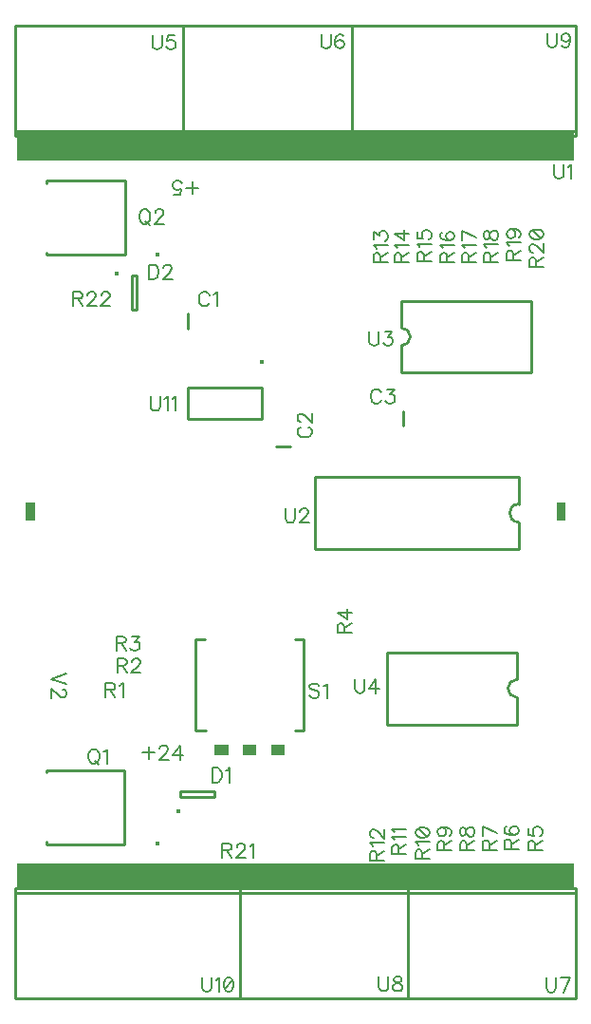
<source format=gto>
%TF.GenerationSoftware,Novarm,DipTrace,3.3.1.2*%
%TF.CreationDate,2019-03-12T20:56:30+01:00*%
%FSLAX35Y35*%
%MOMM*%
%TF.FileFunction,Legend,Top*%
%TF.Part,Single*%
%ADD10C,0.25*%
%ADD20O,0.39127X0.39172*%
%ADD22O,0.39172X0.39127*%
%ADD24C,0.39137*%
%ADD32O,0.39124X0.39193*%
%ADD68C,0.19608*%
G75*
G01*
%LPD*%
X4963130Y6220213D2*
D10*
Y6350113D1*
X5880277Y5165370D2*
X5750377D1*
X6884017Y5482617D2*
Y5352717D1*
D20*
X4874430Y1917313D3*
X4897800Y2044673D2*
D10*
X5197787D1*
Y2094674D1*
X4897800D1*
Y2044673D1*
D22*
X4332136Y6712436D3*
X4459496Y6689066D2*
D10*
Y6389080D1*
X4509497D1*
Y6689066D1*
X4459496D1*
X4398165Y1624304D2*
Y2284303D1*
X3698168Y1624304D2*
X4398165D1*
X3698168D2*
Y1644282D1*
Y2284303D2*
X4398165D1*
X3698168D2*
Y2264326D1*
D24*
X4690127Y1626674D3*
X4402435Y6876864D2*
D10*
Y7536863D1*
X3702438Y6876864D2*
X4402435D1*
X3702438D2*
Y6896842D1*
Y7536863D2*
X4402435D1*
X3702438D2*
Y7516886D1*
D24*
X4694397Y6879234D3*
X5032517Y2632258D2*
D10*
Y3452309D1*
X5112485D1*
X5032517Y2632258D2*
X5122565D1*
X5992517D2*
Y3452309D1*
X5922533D1*
X5992517Y2632258D2*
X5922533D1*
G36*
X5204261Y2419297D2*
X5324261D1*
Y2509273D1*
X5204261D1*
Y2419297D1*
G37*
G36*
X5454341D2*
X5574341D1*
Y2509273D1*
X5454341D1*
Y2419297D1*
G37*
G36*
X5704325D2*
X5824325D1*
Y2509273D1*
X5704325D1*
Y2419297D1*
G37*
G36*
X3441967Y7959411D2*
X8411967D1*
Y7716627D1*
X3441967D1*
Y7959411D1*
G37*
G36*
Y1209843D2*
X8411967D1*
Y1452627D1*
X3441967D1*
Y1209843D1*
G37*
G36*
X3517014Y4664979D2*
X3597031D1*
Y4504275D1*
X3517014D1*
Y4664979D1*
G37*
G36*
X8336920D2*
X8256903D1*
Y4504275D1*
X8336920D1*
Y4664979D1*
G37*
X7914725Y4893788D2*
D10*
X6094822D1*
X7914725Y4253792D2*
X6094822D1*
Y4893788D2*
Y4253792D1*
X7914725Y4893788D2*
Y4653818D1*
Y4493762D2*
Y4253792D1*
Y4653818D2*
G03X7914725Y4493762I134J-80028D01*
G01*
X6869035Y5825802D2*
X8029098D1*
X6869035Y6465798D2*
X8029098D1*
Y5825802D2*
Y6465798D1*
X6869035Y5825802D2*
Y6065772D1*
Y6225828D2*
Y6465798D1*
Y6065772D2*
G03X6869035Y6225828I16J80028D01*
G01*
X7899785Y3330905D2*
X6739722D1*
X7899785Y2690909D2*
X6739722D1*
Y3330905D2*
Y2690909D1*
X7899785Y3330905D2*
Y3090935D1*
Y2930879D2*
Y2690909D1*
Y3090935D2*
G03X7899785Y2930879I-16J-80028D01*
G01*
X3425000Y7940000D2*
X4925000D1*
X3425000Y7979984D2*
X4925000D1*
X3425000Y7940000D2*
Y8920000D1*
X4925000D1*
Y7940000D1*
X6425000D1*
X4925000Y7979984D2*
X6425000D1*
X4925000Y7940000D2*
Y8920000D1*
X6425000D1*
Y7940000D1*
X8425000Y1230000D2*
X6925000D1*
X8425000Y1190016D2*
X6925000D1*
X8425000Y1230000D2*
Y250000D1*
X6925000D1*
Y1230000D1*
X5425000D1*
X6925000Y1190016D2*
X5425000D1*
X6925000Y1230000D2*
Y250000D1*
X5425000D1*
Y1230000D1*
X6425000Y7940000D2*
X8425000D1*
X6425000Y7979984D2*
X8425000D1*
X6425000Y7940000D2*
Y8920000D1*
X8425000D1*
Y7940000D1*
X5425000Y1230000D2*
X3425000D1*
X5425000Y1190016D2*
X3425000D1*
X5425000Y1230000D2*
Y250000D1*
X3425000D1*
Y1230000D1*
D32*
X5620756Y5921347D3*
X5623396Y5694653D2*
D10*
X4963428D1*
X5623396Y5414654D2*
X4963428D1*
Y5694653D2*
Y5414654D1*
X5623396Y5694653D2*
Y5414654D1*
X5153872Y6515827D2*
D68*
X5147835Y6527900D1*
X5135622Y6540113D1*
X5123549Y6546150D1*
X5099262D1*
X5087049Y6540113D1*
X5074976Y6527900D1*
X5068799Y6515827D1*
X5062762Y6497577D1*
Y6467113D1*
X5068799Y6449004D1*
X5074976Y6436790D1*
X5087049Y6424717D1*
X5099262Y6418540D1*
X5123549D1*
X5135622Y6424717D1*
X5147835Y6436790D1*
X5153872Y6449004D1*
X5193088Y6521723D2*
X5205301Y6527900D1*
X5223551Y6546010D1*
Y6418540D1*
X5972359Y5340798D2*
X5960286Y5334761D1*
X5948072Y5322548D1*
X5942036Y5310475D1*
Y5286188D1*
X5948072Y5273975D1*
X5960286Y5261902D1*
X5972359Y5255725D1*
X5990609Y5249688D1*
X6021072D1*
X6039182Y5255725D1*
X6051395Y5261902D1*
X6063468Y5273975D1*
X6069645Y5286188D1*
Y5310475D1*
X6063469Y5322548D1*
X6051395Y5334761D1*
X6039182Y5340798D1*
X5972499Y5386190D2*
X5966463D1*
X5954249Y5392227D1*
X5948213Y5398264D1*
X5942176Y5410477D1*
Y5434764D1*
X5948213Y5446837D1*
X5954249Y5452873D1*
X5966463Y5459050D1*
X5978536D1*
X5990749Y5452873D1*
X6008859Y5440800D1*
X6069645Y5380013D1*
Y5465086D1*
X6687400Y5648330D2*
X6681364Y5660403D1*
X6669150Y5672617D1*
X6657077Y5678653D1*
X6632791D1*
X6620577Y5672617D1*
X6608504Y5660403D1*
X6602327Y5648330D1*
X6596291Y5630080D1*
Y5599617D1*
X6602327Y5581507D1*
X6608504Y5569294D1*
X6620577Y5557221D1*
X6632791Y5551044D1*
X6657077D1*
X6669150Y5557221D1*
X6681364Y5569294D1*
X6687400Y5581507D1*
X6738830Y5678513D2*
X6805512D1*
X6769153Y5629940D1*
X6787403D1*
X6799476Y5623903D1*
X6805512Y5617867D1*
X6811689Y5599617D1*
Y5587544D1*
X6805512Y5569294D1*
X6793439Y5557080D1*
X6775189Y5551044D1*
X6756939D1*
X6738830Y5557080D1*
X6732793Y5563257D1*
X6726616Y5575330D1*
X5181088Y2302255D2*
Y2174645D1*
X5223625D1*
X5241875Y2180822D1*
X5254088Y2192895D1*
X5260125Y2205109D1*
X5266161Y2223218D1*
Y2253682D1*
X5260125Y2271932D1*
X5254088Y2284005D1*
X5241875Y2296218D1*
X5223625Y2302255D1*
X5181088D1*
X5305377Y2277828D2*
X5317591Y2284005D1*
X5335841Y2302114D1*
Y2174645D1*
X4616596Y6787467D2*
Y6659857D1*
X4659132D1*
X4677382Y6666034D1*
X4689596Y6678107D1*
X4695632Y6690321D1*
X4701669Y6708430D1*
Y6738894D1*
X4695632Y6757144D1*
X4689596Y6769217D1*
X4677382Y6781430D1*
X4659132Y6787467D1*
X4616596D1*
X4747062Y6757004D2*
Y6763040D1*
X4753098Y6775254D1*
X4759135Y6781290D1*
X4771348Y6787327D1*
X4795635D1*
X4807708Y6781290D1*
X4813744Y6775254D1*
X4819921Y6763040D1*
Y6750967D1*
X4813744Y6738754D1*
X4801671Y6720644D1*
X4740885Y6659857D1*
X4825958D1*
X4111234Y2470290D2*
X4099161Y2464394D1*
X4086947Y2452180D1*
X4080911Y2439967D1*
X4074734Y2421717D1*
Y2391394D1*
X4080911Y2373144D1*
X4086947Y2361071D1*
X4099161Y2348857D1*
X4111234Y2342821D1*
X4135520D1*
X4147734Y2348857D1*
X4159807Y2361071D1*
X4165843Y2373144D1*
X4172020Y2391394D1*
Y2421717D1*
X4165843Y2439967D1*
X4159807Y2452180D1*
X4147734Y2464394D1*
X4135520Y2470290D1*
X4111234D1*
X4129484Y2367107D2*
X4165843Y2330607D1*
X4211236Y2445863D2*
X4223450Y2452040D1*
X4241700Y2470150D1*
Y2342680D1*
X4566206Y7280439D2*
X4554133Y7274543D1*
X4541919Y7262330D1*
X4535883Y7250116D1*
X4529706Y7231866D1*
Y7201543D1*
X4535883Y7183293D1*
X4541919Y7171220D1*
X4554133Y7159007D1*
X4566206Y7152970D1*
X4590492D1*
X4602706Y7159007D1*
X4614779Y7171220D1*
X4620815Y7183293D1*
X4626992Y7201543D1*
Y7231866D1*
X4620815Y7250116D1*
X4614779Y7262330D1*
X4602706Y7274543D1*
X4590492Y7280439D1*
X4566206D1*
X4584456Y7177257D2*
X4620815Y7140757D1*
X4672385Y7249976D2*
Y7256012D1*
X4678422Y7268226D1*
X4684458Y7274262D1*
X4696672Y7280299D1*
X4720958D1*
X4733031Y7274262D1*
X4739068Y7268226D1*
X4745245Y7256012D1*
Y7243939D1*
X4739068Y7231726D1*
X4726995Y7213616D1*
X4666208Y7152830D1*
X4751281D1*
X4228734Y2997548D2*
X4283343D1*
X4301593Y3003724D1*
X4307770Y3009761D1*
X4313807Y3021834D1*
Y3034048D1*
X4307770Y3046121D1*
X4301593Y3052298D1*
X4283343Y3058334D1*
X4228734D1*
Y2930724D1*
X4271270Y2997548D2*
X4313807Y2930724D1*
X4353022Y3033907D2*
X4365236Y3040084D1*
X4383486Y3058194D1*
Y2930724D1*
X4334074Y3215687D2*
X4388684D1*
X4406934Y3221864D1*
X4413111Y3227900D1*
X4419147Y3239973D1*
Y3252187D1*
X4413111Y3264260D1*
X4406934Y3270437D1*
X4388684Y3276473D1*
X4334074D1*
Y3148864D1*
X4376611Y3215687D2*
X4419147Y3148864D1*
X4464540Y3246010D2*
Y3252046D1*
X4470577Y3264260D1*
X4476613Y3270296D1*
X4488827Y3276333D1*
X4513113D1*
X4525186Y3270296D1*
X4531223Y3264260D1*
X4537400Y3252046D1*
Y3239973D1*
X4531223Y3227760D1*
X4519150Y3209650D1*
X4458363Y3148864D1*
X4543436D1*
X4326189Y3413490D2*
X4380799D1*
X4399049Y3419667D1*
X4405225Y3425704D1*
X4411262Y3437777D1*
Y3449990D1*
X4405225Y3462063D1*
X4399049Y3468240D1*
X4380799Y3474277D1*
X4326189D1*
Y3346667D1*
X4368725Y3413490D2*
X4411262Y3346667D1*
X4462691Y3474137D2*
X4529374D1*
X4493014Y3425563D1*
X4511264D1*
X4523337Y3419527D1*
X4529374Y3413490D1*
X4535551Y3395240D1*
Y3383167D1*
X4529374Y3364917D1*
X4517301Y3352704D1*
X4499051Y3346667D1*
X4480801D1*
X4462691Y3352704D1*
X4456655Y3358881D1*
X4450478Y3370954D1*
X6359717Y3504888D2*
Y3559497D1*
X6353540Y3577747D1*
X6347503Y3583924D1*
X6335430Y3589961D1*
X6323217D1*
X6311144Y3583924D1*
X6304967Y3577747D1*
X6298930Y3559497D1*
Y3504888D1*
X6426540D1*
X6359717Y3547424D2*
X6426540Y3589961D1*
Y3689963D2*
X6299071D1*
X6384003Y3629176D1*
Y3720286D1*
X8059580Y1570046D2*
Y1624656D1*
X8053403Y1642906D1*
X8047366Y1649083D1*
X8035293Y1655119D1*
X8023080D1*
X8011007Y1649083D1*
X8004830Y1642906D1*
X7998793Y1624656D1*
Y1570046D1*
X8126403D1*
X8059580Y1612583D2*
X8126403Y1655119D1*
X7998934Y1767195D2*
Y1706549D1*
X8053543Y1700512D1*
X8047507Y1706549D1*
X8041330Y1724798D1*
Y1742908D1*
X8047507Y1761158D1*
X8059580Y1773372D1*
X8077830Y1779408D1*
X8089903D1*
X8108153Y1773371D1*
X8120366Y1761158D1*
X8126403Y1742908D1*
Y1724798D1*
X8120366Y1706548D1*
X8114189Y1700512D1*
X8102116Y1694335D1*
X7849000Y1579905D2*
Y1634514D1*
X7842823Y1652764D1*
X7836787Y1658941D1*
X7824714Y1664978D1*
X7812500D1*
X7800427Y1658941D1*
X7794250Y1652764D1*
X7788214Y1634514D1*
X7788213Y1579905D1*
X7915823D1*
X7849000Y1622441D2*
X7915823Y1664977D1*
X7806464Y1777053D2*
X7794391Y1771016D1*
X7788354Y1752766D1*
Y1740693D1*
X7794391Y1722443D1*
X7812641Y1710230D1*
X7842964Y1704193D1*
X7873287D1*
X7897573Y1710230D1*
X7909787Y1722443D1*
X7915823Y1740693D1*
Y1746730D1*
X7909787Y1764839D1*
X7897573Y1777053D1*
X7879323Y1783089D1*
X7873287D1*
X7855037Y1777053D1*
X7842964Y1764839D1*
X7836927Y1746730D1*
Y1740693D1*
X7842964Y1722443D1*
X7855037Y1710230D1*
X7873287Y1704193D1*
X7655026Y1571470D2*
X7655027Y1626079D1*
X7648850Y1644329D1*
X7642813Y1650506D1*
X7630740Y1656543D1*
X7618527D1*
X7606454Y1650506D1*
X7600277Y1644329D1*
X7594240Y1626079D1*
Y1571470D1*
X7721850D1*
X7655027Y1614006D2*
X7721850Y1656543D1*
Y1720045D2*
X7594380Y1780831D1*
Y1695758D1*
X7452967Y1567537D2*
Y1622146D1*
X7446790Y1640396D1*
X7440753Y1646573D1*
X7428680Y1652610D1*
X7416467D1*
X7404394Y1646573D1*
X7398217Y1640396D1*
X7392180Y1622146D1*
Y1567537D1*
X7519790D1*
X7452967Y1610073D2*
X7519790Y1652609D1*
X7392321Y1722148D2*
X7398357Y1704039D1*
X7410430Y1697862D1*
X7422644D1*
X7434717Y1704039D1*
X7440894Y1716112D1*
X7446930Y1740398D1*
X7452967Y1758648D1*
X7465180Y1770721D1*
X7477253Y1776758D1*
X7495503D1*
X7507576Y1770721D1*
X7513753Y1764685D1*
X7519790Y1746435D1*
Y1722148D1*
X7513753Y1704039D1*
X7507576Y1697862D1*
X7495503Y1691825D1*
X7477253D1*
X7465180Y1697862D1*
X7452967Y1710075D1*
X7446930Y1728185D1*
X7440894Y1752471D1*
X7434717Y1764685D1*
X7422644Y1770721D1*
X7410430D1*
X7398357Y1764685D1*
X7392321Y1746435D1*
Y1722148D1*
X7251333Y1568255D2*
Y1622864D1*
X7245157Y1641114D1*
X7239120Y1647291D1*
X7227047Y1653328D1*
X7214833D1*
X7202760Y1647291D1*
X7196583Y1641114D1*
X7190547Y1622864D1*
Y1568255D1*
X7318156D1*
X7251333Y1610791D2*
X7318157Y1653328D1*
X7233083Y1771580D2*
X7251333Y1765403D1*
X7263547Y1753330D1*
X7269583Y1735080D1*
Y1729043D1*
X7263547Y1710793D1*
X7251333Y1698720D1*
X7233083Y1692543D1*
X7227047D1*
X7208797Y1698720D1*
X7196724Y1710793D1*
X7190687Y1729043D1*
Y1735080D1*
X7196724Y1753330D1*
X7208797Y1765403D1*
X7233083Y1771580D1*
X7263547D1*
X7293870Y1765403D1*
X7312120Y1753330D1*
X7318156Y1735080D1*
Y1723007D1*
X7312120Y1704757D1*
X7299907Y1698720D1*
X7054843Y1489765D2*
Y1544374D1*
X7048666Y1562624D1*
X7042630Y1568801D1*
X7030557Y1574838D1*
X7018343D1*
X7006270Y1568801D1*
X7000093Y1562624D1*
X6994057Y1544374D1*
Y1489765D1*
X7121666D1*
X7054843Y1532301D2*
X7121666Y1574838D1*
X7018484Y1614054D2*
X7012307Y1626267D1*
X6994197Y1644517D1*
X7121666D1*
X6994197Y1720233D2*
X7000234Y1701983D1*
X7018484Y1689769D1*
X7048807Y1683733D1*
X7067057D1*
X7097380Y1689769D1*
X7115630Y1701982D1*
X7121666Y1720232D1*
Y1732306D1*
X7115630Y1750556D1*
X7097380Y1762629D1*
X7067057Y1768806D1*
X7048807D1*
X7018484Y1762629D1*
X7000234Y1750556D1*
X6994197Y1732306D1*
Y1720233D1*
X7018484Y1762629D2*
X7097380Y1689769D1*
X6846963Y1535386D2*
X6846964Y1589995D1*
X6840787Y1608245D1*
X6834750Y1614422D1*
X6822677Y1620459D1*
X6810464D1*
X6798391Y1614422D1*
X6792214Y1608245D1*
X6786177Y1589995D1*
Y1535386D1*
X6913787D1*
X6846964Y1577922D2*
X6913787Y1620459D1*
X6810604Y1659674D2*
X6804427Y1671888D1*
X6786317Y1690138D1*
X6913787D1*
X6810604Y1729353D2*
X6804427Y1741567D1*
X6786317Y1759817D1*
X6913787D1*
X6649670Y1479942D2*
Y1534551D1*
X6643493Y1552801D1*
X6637457Y1558978D1*
X6625384Y1565015D1*
X6613170D1*
X6601097Y1558978D1*
X6594920Y1552801D1*
X6588884Y1534551D1*
Y1479942D1*
X6716493D1*
X6649670Y1522478D2*
X6716493Y1565015D1*
X6613311Y1604230D2*
X6607134Y1616444D1*
X6589024Y1634694D1*
X6716493D1*
X6619347Y1680086D2*
X6613311D1*
X6601097Y1686123D1*
X6595061Y1692160D1*
X6589024Y1704373D1*
Y1728660D1*
X6595061Y1740733D1*
X6601097Y1746769D1*
X6613311Y1752946D1*
X6625384D1*
X6637597Y1746769D1*
X6655707Y1734696D1*
X6716493Y1673909D1*
Y1758982D1*
X6681457Y6806723D2*
Y6861332D1*
X6675280Y6879582D1*
X6669243Y6885759D1*
X6657170Y6891796D1*
X6644957D1*
X6632884Y6885759D1*
X6626707Y6879582D1*
X6620670Y6861332D1*
Y6806723D1*
X6748280D1*
X6681457Y6849259D2*
X6748280Y6891795D1*
X6645097Y6931011D2*
X6638920Y6943225D1*
X6620811Y6961475D1*
X6748280D1*
X6620811Y7012904D2*
Y7079586D1*
X6669384Y7043227D1*
Y7061477D1*
X6675420Y7073550D1*
X6681457Y7079586D1*
X6699707Y7085763D1*
X6711780D1*
X6730030Y7079586D1*
X6742243Y7067513D1*
X6748280Y7049263D1*
Y7031013D1*
X6742243Y7012904D1*
X6736066Y7006867D1*
X6723993Y7000690D1*
X6869536Y6810681D2*
Y6865291D1*
X6863359Y6883541D1*
X6857323Y6889718D1*
X6845250Y6895754D1*
X6833036D1*
X6820963Y6889718D1*
X6814786Y6883541D1*
X6808750Y6865291D1*
Y6810681D1*
X6936359D1*
X6869536Y6853218D2*
X6936359Y6895754D1*
X6833177Y6934970D2*
X6827000Y6947184D1*
X6808890Y6965434D1*
X6936359Y6965433D1*
Y7065436D2*
X6808890D1*
X6893823Y7004649D1*
Y7095759D1*
X7068836Y6818023D2*
Y6872633D1*
X7062659Y6890883D1*
X7056623Y6897060D1*
X7044550Y6903096D1*
X7032336D1*
X7020263Y6897060D1*
X7014086Y6890883D1*
X7008050Y6872633D1*
Y6818023D1*
X7135659D1*
X7068836Y6860560D2*
X7135659Y6903096D1*
X7032477Y6942312D2*
X7026300Y6954525D1*
X7008190Y6972775D1*
X7135659D1*
X7008190Y7084851D2*
Y7024204D1*
X7062800Y7018168D1*
X7056763Y7024204D1*
X7050586Y7042454D1*
Y7060564D1*
X7056763Y7078814D1*
X7068836Y7091027D1*
X7087086Y7097064D1*
X7099159D1*
X7117409Y7091027D1*
X7129623Y7078814D1*
X7135659Y7060564D1*
Y7042454D1*
X7129623Y7024204D1*
X7123446Y7018168D1*
X7111373Y7011991D1*
X7277057Y6809621D2*
Y6864231D1*
X7270880Y6882481D1*
X7264843Y6888658D1*
X7252770Y6894694D1*
X7240557D1*
X7228484Y6888658D1*
X7222307Y6882481D1*
X7216270Y6864231D1*
Y6809621D1*
X7343880D1*
X7277057Y6852158D2*
X7343880Y6894694D1*
X7240697Y6933910D2*
X7234520Y6946123D1*
X7216411Y6964373D1*
X7343880D1*
X7234520Y7076448D2*
X7222447Y7070412D1*
X7216411Y7052162D1*
Y7040089D1*
X7222447Y7021839D1*
X7240697Y7009625D1*
X7271020Y7003589D1*
X7301343D1*
X7325630Y7009625D1*
X7337843Y7021839D1*
X7343880Y7040089D1*
Y7046125D1*
X7337843Y7064235D1*
X7325630Y7076448D1*
X7307380Y7082485D1*
X7301343D1*
X7283093Y7076448D1*
X7271020Y7064235D1*
X7264984Y7046125D1*
Y7040089D1*
X7271020Y7021839D1*
X7283093Y7009625D1*
X7301343Y7003589D1*
X7469489Y6811420D2*
X7469490Y6866029D1*
X7463313Y6884279D1*
X7457276Y6890456D1*
X7445203Y6896492D1*
X7432990Y6896493D1*
X7420917Y6890456D1*
X7414740Y6884279D1*
X7408703Y6866029D1*
Y6811420D1*
X7536313D1*
X7469490Y6853956D2*
X7536313Y6896492D1*
X7433130Y6935708D2*
X7426953Y6947922D1*
X7408844Y6966172D1*
X7536313Y6966171D1*
Y7029674D2*
X7408843Y7090460D1*
X7408844Y7005387D1*
X7665019Y6813197D2*
Y6867806D1*
X7658843Y6886056D1*
X7652806Y6892233D1*
X7640733Y6898270D1*
X7628519D1*
X7616446Y6892233D1*
X7610269Y6886056D1*
X7604233Y6867806D1*
Y6813197D1*
X7731842D1*
X7665019Y6855733D2*
X7731843Y6898269D1*
X7628660Y6937485D2*
X7622483Y6949699D1*
X7604373Y6967949D1*
X7731842Y6967948D1*
X7604373Y7037487D2*
X7610410Y7019378D1*
X7622483Y7013201D1*
X7634696D1*
X7646769Y7019378D1*
X7652946Y7031451D1*
X7658983Y7055737D1*
X7665019Y7073987D1*
X7677233Y7086060D1*
X7689306Y7092097D1*
X7707556D1*
X7719629Y7086060D1*
X7725806Y7080024D1*
X7731842Y7061774D1*
Y7037487D1*
X7725806Y7019378D1*
X7719629Y7013201D1*
X7707556Y7007164D1*
X7689306D1*
X7677233Y7013201D1*
X7665019Y7025414D1*
X7658983Y7043524D1*
X7652946Y7067810D1*
X7646769Y7080024D1*
X7634696Y7086060D1*
X7622483D1*
X7610410Y7080024D1*
X7604373Y7061774D1*
Y7037487D1*
X7868473Y6830119D2*
Y6884728D1*
X7862296Y6902978D1*
X7856260Y6909155D1*
X7844186Y6915192D1*
X7831973D1*
X7819900Y6909155D1*
X7813723Y6902978D1*
X7807686Y6884728D1*
Y6830119D1*
X7935296D1*
X7868473Y6872655D2*
X7935296Y6915191D1*
X7832113Y6954407D2*
X7825936Y6966621D1*
X7807827Y6984871D1*
X7935296Y6984870D1*
X7850223Y7103123D2*
X7868473Y7096946D1*
X7880686Y7084873D1*
X7886723Y7066623D1*
Y7060586D1*
X7880686Y7042336D1*
X7868473Y7030263D1*
X7850223Y7024086D1*
X7844186D1*
X7825936Y7030263D1*
X7813863Y7042336D1*
X7807827Y7060586D1*
Y7066623D1*
X7813863Y7084873D1*
X7825936Y7096946D1*
X7850223Y7103123D1*
X7880686D1*
X7911009Y7096946D1*
X7929259Y7084873D1*
X7935296Y7066623D1*
Y7054550D1*
X7929259Y7036300D1*
X7917046Y7030263D1*
X8072133Y6768691D2*
Y6823300D1*
X8065956Y6841550D1*
X8059920Y6847727D1*
X8047847Y6853764D1*
X8035633D1*
X8023560Y6847727D1*
X8017383Y6841550D1*
X8011347Y6823300D1*
X8011346Y6768691D1*
X8138956D1*
X8072133Y6811227D2*
X8138956Y6853763D1*
X8041810Y6899156D2*
X8035774D1*
X8023560Y6905193D1*
X8017524Y6911229D1*
X8011487Y6923443D1*
Y6947729D1*
X8017524Y6959802D1*
X8023560Y6965839D1*
X8035774Y6972016D1*
X8047847D1*
X8060060Y6965839D1*
X8078170Y6953766D1*
X8138956Y6892979D1*
Y6978052D1*
X8011487Y7053768D2*
X8017524Y7035518D1*
X8035774Y7023304D1*
X8066097Y7017268D1*
X8084347D1*
X8114670Y7023304D1*
X8132920Y7035518D1*
X8138956Y7053768D1*
Y7065841D1*
X8132920Y7084091D1*
X8114670Y7096164D1*
X8084347Y7102341D1*
X8066097D1*
X8035774Y7096164D1*
X8017524Y7084091D1*
X8011487Y7065841D1*
Y7053768D1*
X8035774Y7096164D2*
X8114670Y7023304D1*
X5270006Y1568720D2*
X5324615D1*
X5342865Y1574897D1*
X5349042Y1580934D1*
X5355079Y1593007D1*
Y1605220D1*
X5349042Y1617293D1*
X5342865Y1623470D1*
X5324615Y1629507D1*
X5270006D1*
Y1501897D1*
X5312542Y1568720D2*
X5355079Y1501897D1*
X5400471Y1599043D2*
Y1605080D1*
X5406508Y1617293D1*
X5412544Y1623330D1*
X5424758Y1629366D1*
X5449044D1*
X5461117Y1623330D1*
X5467154Y1617293D1*
X5473331Y1605080D1*
Y1593007D1*
X5467154Y1580793D1*
X5455081Y1562684D1*
X5394294Y1501897D1*
X5479367D1*
X5518583Y1605080D2*
X5530797Y1611257D1*
X5549047Y1629366D1*
Y1501897D1*
X3938375Y6484691D2*
X3992985D1*
X4011235Y6490867D1*
X4017412Y6496904D1*
X4023448Y6508977D1*
Y6521191D1*
X4017412Y6533264D1*
X4011235Y6539441D1*
X3992985Y6545477D1*
X3938375D1*
Y6417867D1*
X3980912Y6484691D2*
X4023448Y6417867D1*
X4068841Y6515014D2*
Y6521050D1*
X4074877Y6533264D1*
X4080914Y6539300D1*
X4093127Y6545337D1*
X4117414D1*
X4129487Y6539300D1*
X4135523Y6533264D1*
X4141700Y6521050D1*
Y6508977D1*
X4135523Y6496764D1*
X4123450Y6478654D1*
X4062664Y6417867D1*
X4147737D1*
X4193129Y6515014D2*
Y6521050D1*
X4199166Y6533264D1*
X4205203Y6539300D1*
X4217416Y6545337D1*
X4241703D1*
X4253776Y6539300D1*
X4259812Y6533264D1*
X4265989Y6521050D1*
Y6508977D1*
X4259812Y6496764D1*
X4247739Y6478654D1*
X4186953Y6417867D1*
X4272026D1*
X6135525Y3036778D2*
X6123452Y3048991D1*
X6105202Y3055028D1*
X6080916D1*
X6062666Y3048991D1*
X6050452Y3036778D1*
Y3024705D1*
X6056629Y3012491D1*
X6062666Y3006455D1*
X6074739Y3000418D1*
X6111239Y2988205D1*
X6123452Y2982168D1*
X6129489Y2975991D1*
X6135525Y2963918D1*
Y2945668D1*
X6123452Y2933595D1*
X6105202Y2927418D1*
X6080916D1*
X6062666Y2933595D1*
X6050452Y2945668D1*
X6174741Y3030601D2*
X6186954Y3036778D1*
X6205204Y3054888D1*
Y2927418D1*
X8232802Y7681979D2*
Y7590870D1*
X8238839Y7572620D1*
X8251052Y7560547D1*
X8269302Y7554370D1*
X8281376D1*
X8299626Y7560547D1*
X8311839Y7572620D1*
X8317876Y7590870D1*
Y7681979D1*
X8357091Y7657553D2*
X8369305Y7663729D1*
X8387555Y7681839D1*
Y7554370D1*
X5835064Y4615856D2*
Y4524747D1*
X5841100Y4506497D1*
X5853314Y4494424D1*
X5871564Y4488247D1*
X5883637D1*
X5901887Y4494424D1*
X5914100Y4506497D1*
X5920137Y4524747D1*
Y4615856D1*
X5965529Y4585393D2*
Y4591429D1*
X5971566Y4603643D1*
X5977603Y4609679D1*
X5989816Y4615716D1*
X6014103D1*
X6026176Y4609679D1*
X6032212Y4603643D1*
X6038389Y4591429D1*
Y4579356D1*
X6032212Y4567143D1*
X6020139Y4549033D1*
X5959353Y4488247D1*
X6044426D1*
X6583651Y6193718D2*
Y6102609D1*
X6589688Y6084359D1*
X6601901Y6072285D1*
X6620151Y6066109D1*
X6632224D1*
X6650474Y6072285D1*
X6662688Y6084359D1*
X6668724Y6102609D1*
Y6193718D1*
X6720153Y6193578D2*
X6786836D1*
X6750476Y6145005D1*
X6768726D1*
X6780799Y6138968D1*
X6786836Y6132932D1*
X6793013Y6114682D1*
Y6102609D1*
X6786836Y6084359D1*
X6774763Y6072145D1*
X6756513Y6066109D1*
X6738263D1*
X6720153Y6072145D1*
X6714117Y6078322D1*
X6707940Y6090395D1*
X6456545Y3097060D2*
Y3005951D1*
X6462582Y2987701D1*
X6474795Y2975628D1*
X6493045Y2969451D1*
X6505118D1*
X6523368Y2975628D1*
X6535582Y2987701D1*
X6541618Y3005951D1*
Y3097060D1*
X6641620Y2969451D2*
Y3096920D1*
X6580834Y3011987D1*
X6671943D1*
X4646330Y8835725D2*
Y8744616D1*
X4652367Y8726366D1*
X4664580Y8714293D1*
X4682830Y8708116D1*
X4694903D1*
X4713153Y8714293D1*
X4725367Y8726366D1*
X4731403Y8744616D1*
Y8835725D1*
X4843479Y8835585D2*
X4782832D1*
X4776796Y8780975D1*
X4782832Y8787012D1*
X4801082Y8793189D1*
X4819192D1*
X4837442Y8787012D1*
X4849656Y8774939D1*
X4855692Y8756689D1*
Y8744616D1*
X4849656Y8726366D1*
X4837442Y8714152D1*
X4819192Y8708116D1*
X4801082D1*
X4782832Y8714152D1*
X4776796Y8720329D1*
X4770619Y8732402D1*
X6154878Y8841185D2*
Y8750076D1*
X6160915Y8731826D1*
X6173128Y8719753D1*
X6191378Y8713576D1*
X6203452D1*
X6221702Y8719753D1*
X6233915Y8731826D1*
X6239952Y8750076D1*
Y8841185D1*
X6352027Y8822935D2*
X6345990Y8835008D1*
X6327740Y8841045D1*
X6315667D1*
X6297417Y8835008D1*
X6285204Y8816758D1*
X6279167Y8786435D1*
Y8756112D1*
X6285204Y8731826D1*
X6297417Y8719612D1*
X6315667Y8713576D1*
X6321704D1*
X6339813Y8719612D1*
X6352027Y8731826D1*
X6358063Y8750076D1*
Y8756112D1*
X6352027Y8774362D1*
X6339813Y8786435D1*
X6321704Y8792472D1*
X6315667D1*
X6297417Y8786435D1*
X6285204Y8774362D1*
X6279167Y8756112D1*
X8163853Y431160D2*
Y340050D1*
X8169890Y321800D1*
X8182103Y309727D1*
X8200353Y303550D1*
X8212426D1*
X8230676Y309727D1*
X8242890Y321800D1*
X8248926Y340050D1*
Y431160D1*
X8312428Y303550D2*
X8373215Y431019D1*
X8288142D1*
X6668320Y439953D2*
Y348843D1*
X6674356Y330593D1*
X6686570Y318520D1*
X6704820Y312343D1*
X6716893D1*
X6735143Y318520D1*
X6747356Y330593D1*
X6753393Y348843D1*
Y439953D1*
X6822932Y439813D2*
X6804822Y433776D1*
X6798645Y421703D1*
Y409489D1*
X6804822Y397416D1*
X6816895Y391239D1*
X6841182Y385203D1*
X6859432Y379166D1*
X6871505Y366953D1*
X6877541Y354880D1*
Y336630D1*
X6871505Y324557D1*
X6865468Y318380D1*
X6847218Y312343D1*
X6822932D1*
X6804822Y318380D1*
X6798645Y324557D1*
X6792609Y336630D1*
Y354880D1*
X6798645Y366953D1*
X6810859Y379166D1*
X6828968Y385203D1*
X6853255Y391239D1*
X6865468Y397416D1*
X6871505Y409489D1*
Y421703D1*
X6865468Y433776D1*
X6847218Y439813D1*
X6822932D1*
X8172340Y8852105D2*
Y8760995D1*
X8178376Y8742745D1*
X8190590Y8730672D1*
X8208840Y8724495D1*
X8220913D1*
X8239163Y8730672D1*
X8251376Y8742745D1*
X8257413Y8760995D1*
Y8852105D1*
X8375665Y8809568D2*
X8369488Y8791318D1*
X8357415Y8779105D1*
X8339165Y8773068D1*
X8333128D1*
X8314878Y8779105D1*
X8302805Y8791318D1*
X8296628Y8809568D1*
Y8815605D1*
X8302805Y8833855D1*
X8314878Y8845928D1*
X8333128Y8851965D1*
X8339165D1*
X8357415Y8845928D1*
X8369488Y8833855D1*
X8375665Y8809568D1*
Y8779105D1*
X8369488Y8748782D1*
X8357415Y8730532D1*
X8339165Y8724495D1*
X8327092D1*
X8308842Y8730532D1*
X8302805Y8742745D1*
X5090048Y435556D2*
Y344447D1*
X5096084Y326197D1*
X5108298Y314124D1*
X5126548Y307947D1*
X5138621D1*
X5156871Y314124D1*
X5169084Y326197D1*
X5175121Y344447D1*
Y435556D1*
X5214337Y411129D2*
X5226550Y417306D1*
X5244800Y435416D1*
Y307947D1*
X5320516Y435416D2*
X5302266Y429379D1*
X5290052Y411129D1*
X5284016Y380806D1*
Y362556D1*
X5290052Y332233D1*
X5302266Y313983D1*
X5320516Y307947D1*
X5332589D1*
X5350839Y313983D1*
X5362912Y332233D1*
X5369089Y362556D1*
Y380806D1*
X5362912Y411129D1*
X5350839Y429379D1*
X5332589Y435416D1*
X5320516D1*
X5362912Y411129D2*
X5290052Y332233D1*
X4630097Y5614551D2*
Y5523441D1*
X4636134Y5505191D1*
X4648347Y5493118D1*
X4666597Y5486941D1*
X4678670D1*
X4696920Y5493118D1*
X4709134Y5505191D1*
X4715170Y5523441D1*
Y5614551D1*
X4754386Y5590124D2*
X4766599Y5596301D1*
X4784849Y5614411D1*
Y5486941D1*
X4824065Y5590124D2*
X4836278Y5596301D1*
X4854528Y5614411D1*
Y5486941D1*
X3875447Y3145799D2*
X3747837Y3097226D1*
X3875447Y3048653D1*
X3844984Y3003261D2*
X3851020D1*
X3863234Y2997224D1*
X3869270Y2991188D1*
X3875307Y2978974D1*
Y2954688D1*
X3869270Y2942615D1*
X3863234Y2936578D1*
X3851020Y2930401D1*
X3838947D1*
X3826734Y2936578D1*
X3808624Y2948651D1*
X3747837Y3009438D1*
Y2924365D1*
X5005222Y7419492D2*
Y7528852D1*
X5059832Y7474242D2*
X4950472D1*
X4838397Y7410437D2*
X4899043D1*
X4905080Y7465047D1*
X4899043Y7459010D1*
X4880793Y7452833D1*
X4862683D1*
X4844433Y7459010D1*
X4832220Y7471083D1*
X4826183Y7489333D1*
Y7501406D1*
X4832220Y7519656D1*
X4844434Y7531870D1*
X4862684Y7537906D1*
X4880793D1*
X4899043Y7531870D1*
X4905080Y7525693D1*
X4911257Y7513620D1*
X4612506Y2493714D2*
Y2384355D1*
X4557896Y2438964D2*
X4667256D1*
X4712649Y2472446D2*
Y2478483D1*
X4718685Y2490696D1*
X4724722Y2496733D1*
X4736935Y2502769D1*
X4761222D1*
X4773295Y2496733D1*
X4779331Y2490696D1*
X4785508Y2478483D1*
Y2466410D1*
X4779331Y2454196D1*
X4767258Y2436087D1*
X4706472Y2375300D1*
X4791545D1*
X4891547D2*
Y2502769D1*
X4830760Y2417837D1*
X4921870D1*
M02*

</source>
